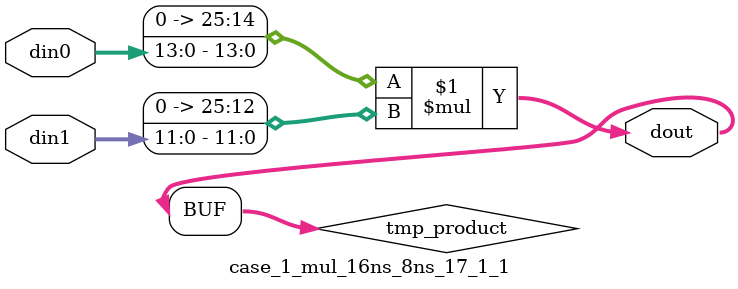
<source format=v>

`timescale 1 ns / 1 ps

 (* use_dsp = "no" *)  module case_1_mul_16ns_8ns_17_1_1(din0, din1, dout);
parameter ID = 1;
parameter NUM_STAGE = 0;
parameter din0_WIDTH = 14;
parameter din1_WIDTH = 12;
parameter dout_WIDTH = 26;

input [din0_WIDTH - 1 : 0] din0; 
input [din1_WIDTH - 1 : 0] din1; 
output [dout_WIDTH - 1 : 0] dout;

wire signed [dout_WIDTH - 1 : 0] tmp_product;
























assign tmp_product = $signed({1'b0, din0}) * $signed({1'b0, din1});











assign dout = tmp_product;





















endmodule

</source>
